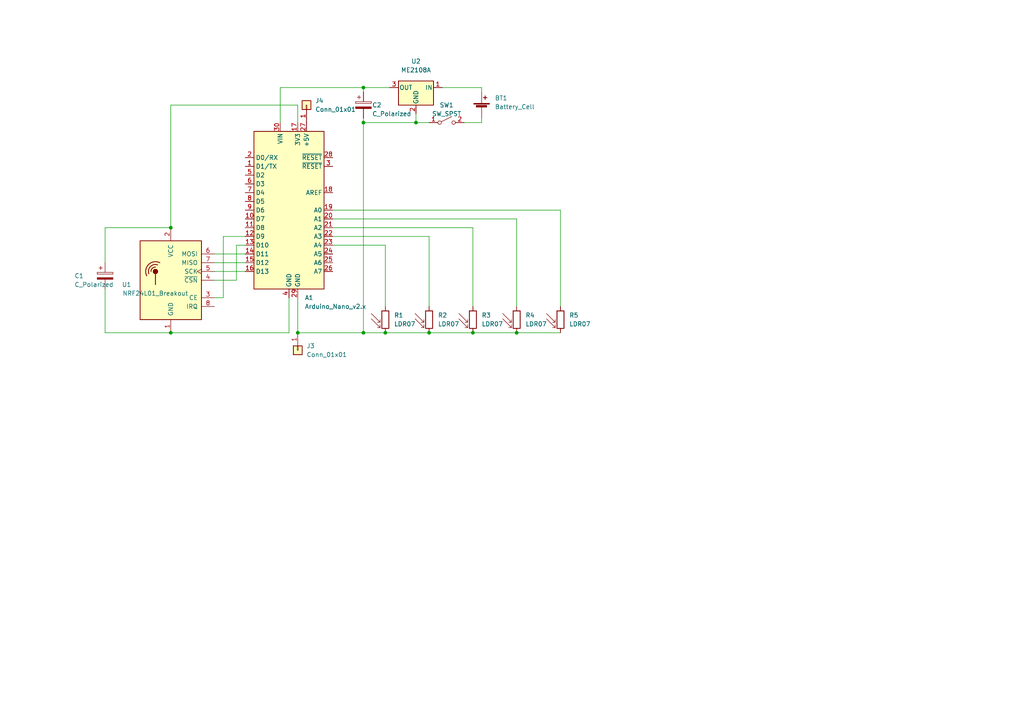
<source format=kicad_sch>
(kicad_sch (version 20211123) (generator eeschema)
  (paper "A4")
  (title_block (title "hotdog_v0.2"))
  (lib_symbols
    (symbol "Connector_Generic:Conn_01x01" (pin_names (offset 1.016) hide)
      (property "Reference" "J" (at 0 2.54 0))
      (property "Value" "Conn_01x01" (at 0 -2.54 0))
      (symbol "Conn_01x01_1_1"
        (rectangle (start -1.27 0.127) (end 0 -0.127) (stroke (width 0.1524)))
        (rectangle (start -1.27 1.27) (end 1.27 -1.27) (stroke (width 0.254)) (fill (type background)))
        (pin passive line (at -5.08 0 0) (length 3.81) (name "Pin_1") (number "1"))
      )
    )
    (symbol "Device:Battery_Cell" (pin_numbers hide) (pin_names (offset 0) hide)
      (property "Reference" "BT" (at 2.54 2.54 0))
      (property "Value" "Battery_Cell" (at 2.54 0 0))
      (symbol "Battery_Cell_0_1"
        (rectangle (start -2.286 1.778) (end 2.286 1.524) (fill (type outline)))
        (rectangle (start -1.5748 1.1938) (end 1.4732 0.6858) (fill (type outline)))
        (polyline (pts (xy 0 0.762) (xy 0 0)))
        (polyline (pts (xy 0 1.778) (xy 0 2.54)))
        (polyline (pts (xy 0.508 3.429) (xy 1.524 3.429)) (stroke (width 0.254)))
        (polyline (pts (xy 1.016 3.937) (xy 1.016 2.921)) (stroke (width 0.254)))
      )
      (symbol "Battery_Cell_1_1"
        (pin passive line (at 0 5.08 270) (length 2.54) (name "+") (number "1"))
        (pin passive line (at 0 -2.54 90) (length 2.54) (name "-") (number "2"))
      )
    )
    (symbol "Device:C_Polarized" (pin_numbers hide) (pin_names (offset 0.254))
      (property "Reference" "C" (at 0.635 2.54 0))
      (property "Value" "C_Polarized" (at 0.635 -2.54 0))
      (symbol "C_Polarized_0_1"
        (rectangle (start -2.286 0.508) (end 2.286 1.016))
        (polyline (pts (xy -1.778 2.286) (xy -0.762 2.286)))
        (polyline (pts (xy -1.27 2.794) (xy -1.27 1.778)))
        (rectangle (start 2.286 -0.508) (end -2.286 -1.016) (fill (type outline)))
      )
      (symbol "C_Polarized_1_1"
        (pin passive line (at 0 3.81 270) (length 2.794) (name "~") (number "1"))
        (pin passive line (at 0 -3.81 90) (length 2.794) (name "~") (number "2"))
      )
    )
    (symbol "MCU_Module:Arduino_Nano_v2.x"
      (property "Reference" "A" (at -10.16 23.495 0))
      (property "Value" "Arduino_Nano_v2.x" (at 5.08 -24.13 0))
      (symbol "Arduino_Nano_v2.x_0_1"
        (rectangle (start -10.16 22.86) (end 10.16 -22.86) (stroke (width 0.254)) (fill (type background)))
      )
      (symbol "Arduino_Nano_v2.x_1_1"
        (pin bidirectional line (at -12.7 12.7 0) (length 2.54) (name "D1/TX") (number "1"))
        (pin bidirectional line (at -12.7 -2.54 0) (length 2.54) (name "D7") (number "10"))
        (pin bidirectional line (at -12.7 -5.08 0) (length 2.54) (name "D8") (number "11"))
        (pin bidirectional line (at -12.7 -7.62 0) (length 2.54) (name "D9") (number "12"))
        (pin bidirectional line (at -12.7 -10.16 0) (length 2.54) (name "D10") (number "13"))
        (pin bidirectional line (at -12.7 -12.7 0) (length 2.54) (name "D11") (number "14"))
        (pin bidirectional line (at -12.7 -15.24 0) (length 2.54) (name "D12") (number "15"))
        (pin bidirectional line (at -12.7 -17.78 0) (length 2.54) (name "D13") (number "16"))
        (pin power_out line (at 2.54 25.4 270) (length 2.54) (name "3V3") (number "17"))
        (pin input line (at 12.7 5.08 180) (length 2.54) (name "AREF") (number "18"))
        (pin bidirectional line (at 12.7 0 180) (length 2.54) (name "A0") (number "19"))
        (pin bidirectional line (at -12.7 15.24 0) (length 2.54) (name "D0/RX") (number "2"))
        (pin bidirectional line (at 12.7 -2.54 180) (length 2.54) (name "A1") (number "20"))
        (pin bidirectional line (at 12.7 -5.08 180) (length 2.54) (name "A2") (number "21"))
        (pin bidirectional line (at 12.7 -7.62 180) (length 2.54) (name "A3") (number "22"))
        (pin bidirectional line (at 12.7 -10.16 180) (length 2.54) (name "A4") (number "23"))
        (pin bidirectional line (at 12.7 -12.7 180) (length 2.54) (name "A5") (number "24"))
        (pin bidirectional line (at 12.7 -15.24 180) (length 2.54) (name "A6") (number "25"))
        (pin bidirectional line (at 12.7 -17.78 180) (length 2.54) (name "A7") (number "26"))
        (pin power_out line (at 5.08 25.4 270) (length 2.54) (name "+5V") (number "27"))
        (pin input line (at 12.7 15.24 180) (length 2.54) (name "~{RESET}") (number "28"))
        (pin power_in line (at 2.54 -25.4 90) (length 2.54) (name "GND") (number "29"))
        (pin input line (at 12.7 12.7 180) (length 2.54) (name "~{RESET}") (number "3"))
        (pin power_in line (at -2.54 25.4 270) (length 2.54) (name "VIN") (number "30"))
        (pin power_in line (at 0 -25.4 90) (length 2.54) (name "GND") (number "4"))
        (pin bidirectional line (at -12.7 10.16 0) (length 2.54) (name "D2") (number "5"))
        (pin bidirectional line (at -12.7 7.62 0) (length 2.54) (name "D3") (number "6"))
        (pin bidirectional line (at -12.7 5.08 0) (length 2.54) (name "D4") (number "7"))
        (pin bidirectional line (at -12.7 2.54 0) (length 2.54) (name "D5") (number "8"))
        (pin bidirectional line (at -12.7 0 0) (length 2.54) (name "D6") (number "9"))
      )
    )
    (symbol "RF:NRF24L01_Breakout" (pin_names (offset 1.016))
      (property "Reference" "U" (at -8.89 12.7 0))
      (property "Value" "NRF24L01_Breakout" (at 3.81 12.7 0))
      (symbol "NRF24L01_Breakout_0_1"
        (rectangle (start -8.89 11.43) (end 8.89 -11.43) (stroke (width 0.254)) (fill (type background)))
        (polyline (pts (xy 4.445 1.905) (xy 4.445 -1.27)) (stroke (width 0.254)))
        (circle (center 4.445 2.54) (radius 0.635) (stroke (width 0.254)) (fill (type outline)))
        (arc (start 5.715 2.54) (mid 5.3521 3.4546) (end 4.445 3.81) (stroke (width 0.254)))
        (arc (start 6.35 1.905) (mid 5.8763 3.9854) (end 3.81 4.445) (stroke (width 0.254)))
        (arc (start 6.985 1.27) (mid 6.453 4.548) (end 3.175 5.08) (stroke (width 0.254)))
      )
      (symbol "NRF24L01_Breakout_1_1"
        (pin power_in line (at 0 -15.24 90) (length 3.81) (name "GND") (number "1"))
        (pin power_in line (at 0 15.24 270) (length 3.81) (name "VCC") (number "2"))
        (pin input line (at -12.7 -5.08 0) (length 3.81) (name "CE") (number "3"))
        (pin input line (at -12.7 0 0) (length 3.81) (name "~{CSN}") (number "4"))
        (pin input clock (at -12.7 2.54 0) (length 3.81) (name "SCK") (number "5"))
        (pin input line (at -12.7 7.62 0) (length 3.81) (name "MOSI") (number "6"))
        (pin output line (at -12.7 5.08 0) (length 3.81) (name "MISO") (number "7"))
        (pin output line (at -12.7 -7.62 0) (length 3.81) (name "IRQ") (number "8"))
      )
    )
    (symbol "Regulator_Switching:R-78C5.0-1.0" (pin_names (offset 0.254))
      (property "Reference" "U" (at -3.81 3.175 0))
      (property "Value" "R-78C5.0-1.0" (at 0 3.175 0))
      (symbol "R-78C5.0-1.0_0_1"
        (rectangle (start -5.08 1.905) (end 5.08 -5.08) (stroke (width 0.254)) (fill (type background)))
      )
      (symbol "R-78C5.0-1.0_1_1"
        (pin power_in line (at -7.62 0 0) (length 2.54) (name "IN") (number "1"))
        (pin power_in line (at 0 -7.62 90) (length 2.54) (name "GND") (number "2"))
        (pin power_out line (at 7.62 0 180) (length 2.54) (name "OUT") (number "3"))
      )
    )
    (symbol "Sensor_Optical:LDR07" (pin_numbers hide) (pin_names (offset 0))
      (property "Reference" "R" (at -5.08 0 90))
      (property "Value" "LDR07" (at 1.905 0 90))
      (symbol "LDR07_0_1"
        (rectangle (start -1.016 2.54) (end 1.016 -2.54) (stroke (width 0.254)))
        (polyline (pts (xy -1.524 -2.286) (xy -4.064 0.254)))
        (polyline (pts (xy -1.524 -2.286) (xy -2.286 -2.286)))
        (polyline (pts (xy -1.524 -2.286) (xy -1.524 -1.524)))
        (polyline (pts (xy -1.524 -0.762) (xy -4.064 1.778)))
        (polyline (pts (xy -1.524 -0.762) (xy -2.286 -0.762)))
        (polyline (pts (xy -1.524 -0.762) (xy -1.524 0)))
      )
      (symbol "LDR07_1_1"
        (pin passive line (at 0 3.81 270) (length 1.27) (name "~") (number "1"))
        (pin passive line (at 0 -3.81 90) (length 1.27) (name "~") (number "2"))
      )
    )
    (symbol "Switch:SW_SPST" (pin_names (offset 0) hide)
      (property "Reference" "SW" (at 0 3.175 0))
      (property "Value" "SW_SPST" (at 0 -2.54 0))
      (symbol "SW_SPST_0_0"
        (circle (center -2.032 0) (radius 0.508))
        (polyline (pts (xy -1.524 0.254) (xy 1.524 1.778)))
        (circle (center 2.032 0) (radius 0.508))
      )
      (symbol "SW_SPST_1_1"
        (pin passive line (at -5.08 0 0) (length 2.54) (name "A") (number "1"))
        (pin passive line (at 5.08 0 180) (length 2.54) (name "B") (number "2"))
      )
    )
  )
  (junction (at 105.41 96.52))
  (junction (at 120.65 35.56))
  (junction (at 49.53 66.04))
  (junction (at 86.36 96.52))
  (junction (at 105.41 25.4))
  (junction (at 49.53 96.52))
  (junction (at 149.86 96.52))
  (junction (at 124.46 96.52))
  (junction (at 111.76 96.52))
  (junction (at 105.41 35.56))
  (junction (at 137.16 96.52))
  (wire (pts (xy 149.86 96.52) (xy 162.56 96.52)))
  (wire (pts (xy 149.86 63.5) (xy 96.52 63.5)))
  (wire (pts (xy 149.86 88.9) (xy 149.86 63.5)))
  (wire (pts (xy 86.36 30.48) (xy 49.53 30.48)))
  (wire (pts (xy 86.36 96.52) (xy 105.41 96.52)))
  (wire (pts (xy 105.41 25.4) (xy 81.28 25.4)))
  (wire (pts (xy 62.23 78.74) (xy 71.12 78.74)))
  (wire (pts (xy 105.41 35.56) (xy 120.65 35.56)))
  (wire (pts (xy 105.41 34.29) (xy 105.41 35.56)))
  (wire (pts (xy 124.46 96.52) (xy 137.16 96.52)))
  (wire (pts (xy 30.48 76.2) (xy 30.48 66.04)))
  (wire (pts (xy 83.82 86.36) (xy 83.82 96.52)))
  (wire (pts (xy 83.82 96.52) (xy 49.53 96.52)))
  (wire (pts (xy 139.7 35.56) (xy 139.7 34.29)))
  (wire (pts (xy 62.23 76.2) (xy 71.12 76.2)))
  (wire (pts (xy 30.48 96.52) (xy 49.53 96.52)))
  (wire (pts (xy 105.41 25.4) (xy 105.41 26.67)))
  (wire (pts (xy 64.77 86.36) (xy 64.77 68.58)))
  (wire (pts (xy 49.53 30.48) (xy 49.53 66.04)))
  (wire (pts (xy 124.46 68.58) (xy 96.52 68.58)))
  (wire (pts (xy 128.27 25.4) (xy 139.7 25.4)))
  (wire (pts (xy 111.76 88.9) (xy 111.76 71.12)))
  (wire (pts (xy 105.41 96.52) (xy 111.76 96.52)))
  (wire (pts (xy 113.03 25.4) (xy 105.41 25.4)))
  (wire (pts (xy 68.58 71.12) (xy 71.12 71.12)))
  (wire (pts (xy 124.46 88.9) (xy 124.46 68.58)))
  (wire (pts (xy 139.7 25.4) (xy 139.7 26.67)))
  (wire (pts (xy 68.58 81.28) (xy 68.58 71.12)))
  (wire (pts (xy 30.48 66.04) (xy 49.53 66.04)))
  (wire (pts (xy 137.16 66.04) (xy 96.52 66.04)))
  (wire (pts (xy 105.41 35.56) (xy 105.41 96.52)))
  (wire (pts (xy 111.76 71.12) (xy 96.52 71.12)))
  (wire (pts (xy 86.36 86.36) (xy 86.36 96.52)))
  (wire (pts (xy 81.28 25.4) (xy 81.28 35.56)))
  (wire (pts (xy 120.65 33.02) (xy 120.65 35.56)))
  (wire (pts (xy 62.23 73.66) (xy 71.12 73.66)))
  (wire (pts (xy 111.76 96.52) (xy 124.46 96.52)))
  (wire (pts (xy 30.48 83.82) (xy 30.48 96.52)))
  (wire (pts (xy 86.36 35.56) (xy 86.36 30.48)))
  (wire (pts (xy 162.56 60.96) (xy 96.52 60.96)))
  (wire (pts (xy 120.65 35.56) (xy 124.46 35.56)))
  (wire (pts (xy 137.16 88.9) (xy 137.16 66.04)))
  (wire (pts (xy 64.77 68.58) (xy 71.12 68.58)))
  (wire (pts (xy 62.23 81.28) (xy 68.58 81.28)))
  (wire (pts (xy 162.56 88.9) (xy 162.56 60.96)))
  (wire (pts (xy 134.62 35.56) (xy 139.7 35.56)))
  (wire (pts (xy 62.23 86.36) (xy 64.77 86.36)))
  (wire (pts (xy 137.16 96.52) (xy 149.86 96.52)))
  (symbol (lib_id "Device:Battery_Cell") (at 139.7 31.75 0) (unit 1)
    (property "Reference" "BT1" (at 143.51 28.4479 0) (effects (justify left)))
    (property "Value" "Battery_Cell" (at 143.51 30.9879 0) (effects (justify left)))
    (property "Footprint" "Battery:BatteryHolder_Keystone_2466_1xAAA" (effects hide))
  )
  (symbol (lib_id "Switch:SW_SPST") (at 129.54 35.56 0) (unit 1)
    (property "Reference" "SW1" (at 129.54 30.48 0))
    (property "Value" "SW_SPST" (at 129.54 33.02 0))
    (property "Footprint" "Button_Switch_THT:SW_CuK_OS102011MA1QN1_SPDT_Angled" (effects hide))
  )
  (symbol (lib_id "RF:NRF24L01_Breakout") (at 49.53 81.28 0) (mirror y) (unit 1)
    (property "Reference" "U1" (at 38.1 82.55 0) (effects (justify left)))
    (property "Value" "NRF24L01_Breakout" (at 54.61 85.09 0) (effects (justify left)))
    (property "Footprint" "RF_Module:nRF24L01_Breakout" (effects hide))
    (property "Datasheet" "http://www.nordicsemi.com/eng/content/download/2730/34105/file/nRF24L01_Product_Specification_v2_0.pdf" (effects hide))
  )
  (symbol (lib_id "MCU_Module:Arduino_Nano_v2.x") (at 83.82 60.96 0) (unit 1)
    (property "Reference" "A1" (at 88.3794 86.36 0) (effects (justify left)))
    (property "Value" "Arduino_Nano_v2.x" (at 88.3794 88.9 0) (effects (justify left)))
    (property "Footprint" "Module:Arduino_Nano" (effects hide))
    (property "Datasheet" "https://www.arduino.cc/en/uploads/Main/ArduinoNanoManual23.pdf" (effects hide))
  )
  (symbol (lib_id "Device:C_Polarized") (at 105.41 30.48 0) (unit 1)
    (property "Reference" "C2" (at 107.95 30.48 0) (effects (justify left)))
    (property "Value" "C_Polarized" (at 107.95 33.02 0) (effects (justify left)))
    (property "Footprint" "Capacitor_THT:CP_Radial_D6.3mm_P2.50mm" (effects hide))
  )
  (symbol (lib_id "Device:C_Polarized") (at 30.48 80.01 0) (unit 1)
    (property "Reference" "C1" (at 21.59 80.01 0) (effects (justify left)))
    (property "Value" "C_Polarized" (at 21.59 82.55 0) (effects (justify left)))
    (property "Footprint" "Capacitor_THT:CP_Radial_D6.3mm_P2.50mm" (effects hide))
  )
  (symbol (lib_id "Sensor_Optical:LDR07") (at 162.56 92.71 0) (unit 1)
    (property "Reference" "R5" (at 165.1 91.4399 0) (effects (justify left)))
    (property "Value" "LDR07" (at 165.1 93.9799 0) (effects (justify left)))
    (property "Footprint" "OptoDevice:R_LDR_5.1x4.3mm_P3.4mm_Vertical" (effects hide))
    (property "Datasheet" "http://www.tme.eu/de/Document/f2e3ad76a925811312d226c31da4cd7e/LDR07.pdf" (effects hide))
  )
  (symbol (lib_id "Sensor_Optical:LDR07") (at 149.86 92.71 0) (unit 1)
    (property "Reference" "R4" (at 152.4 91.4399 0) (effects (justify left)))
    (property "Value" "LDR07" (at 152.4 93.9799 0) (effects (justify left)))
    (property "Footprint" "OptoDevice:R_LDR_5.1x4.3mm_P3.4mm_Vertical" (effects hide))
    (property "Datasheet" "http://www.tme.eu/de/Document/f2e3ad76a925811312d226c31da4cd7e/LDR07.pdf" (effects hide))
  )
  (symbol (lib_id "Sensor_Optical:LDR07") (at 111.76 92.71 0) (unit 1)
    (property "Reference" "R1" (at 114.3 91.4399 0) (effects (justify left)))
    (property "Value" "LDR07" (at 114.3 93.9799 0) (effects (justify left)))
    (property "Footprint" "OptoDevice:R_LDR_5.1x4.3mm_P3.4mm_Vertical" (effects hide))
    (property "Datasheet" "http://www.tme.eu/de/Document/f2e3ad76a925811312d226c31da4cd7e/LDR07.pdf" (effects hide))
  )
  (symbol (lib_id "Sensor_Optical:LDR07") (at 124.46 92.71 0) (unit 1)
    (property "Reference" "R2" (at 127 91.4399 0) (effects (justify left)))
    (property "Value" "LDR07" (at 127 93.9799 0) (effects (justify left)))
    (property "Footprint" "OptoDevice:R_LDR_5.1x4.3mm_P3.4mm_Vertical" (effects hide))
    (property "Datasheet" "http://www.tme.eu/de/Document/f2e3ad76a925811312d226c31da4cd7e/LDR07.pdf" (effects hide))
  )
  (symbol (lib_id "Sensor_Optical:LDR07") (at 137.16 92.71 0) (unit 1)
    (property "Reference" "R3" (at 139.7 91.4399 0) (effects (justify left)))
    (property "Value" "LDR07" (at 139.7 93.9799 0) (effects (justify left)))
    (property "Footprint" "OptoDevice:R_LDR_5.1x4.3mm_P3.4mm_Vertical" (effects hide))
    (property "Datasheet" "http://www.tme.eu/de/Document/f2e3ad76a925811312d226c31da4cd7e/LDR07.pdf" (effects hide))
  )
  (symbol (lib_id "Connector_Generic:Conn_01x01") (at 88.9 30.48 90) (unit 1)
    (property "Reference" "J4" (at 91.44 29.2099 90) (effects (justify right)))
    (property "Value" "Conn_01x01" (at 91.44 31.7499 90) (effects (justify right)))
    (property "Footprint" "Connector_Wire:SolderWire-0.1sqmm_1x01_D0.4mm_OD1mm" (effects hide))
  )
  (symbol (lib_id "Connector_Generic:Conn_01x01") (at 86.36 101.6 270) (unit 1)
    (property "Reference" "J3" (at 88.9 100.3299 90) (effects (justify left)))
    (property "Value" "Conn_01x01" (at 88.9 102.8699 90) (effects (justify left)))
    (property "Footprint" "Connector_Wire:SolderWire-0.1sqmm_1x01_D0.4mm_OD1mm" (effects hide))
  )
  (symbol (lib_id "Regulator_Switching:R-78C5.0-1.0") (at 120.65 25.4 0) (mirror y) (unit 1)
    (property "Reference" "U2" (at 120.65 17.78 0))
    (property "Value" "ME2108A" (at 120.65 20.32 0))
    (property "Footprint" "Converter_DCDC:Converter_DCDC_RECOM_R-78E-0.5_THT" (effects hide))
    (property "Datasheet" "https://datasheet.lcsc.com/szlcsc/Nanjing-Micro-One-Elec-ME2108A33M3G_C236804.pdf" (effects hide))
  )
)
</source>
